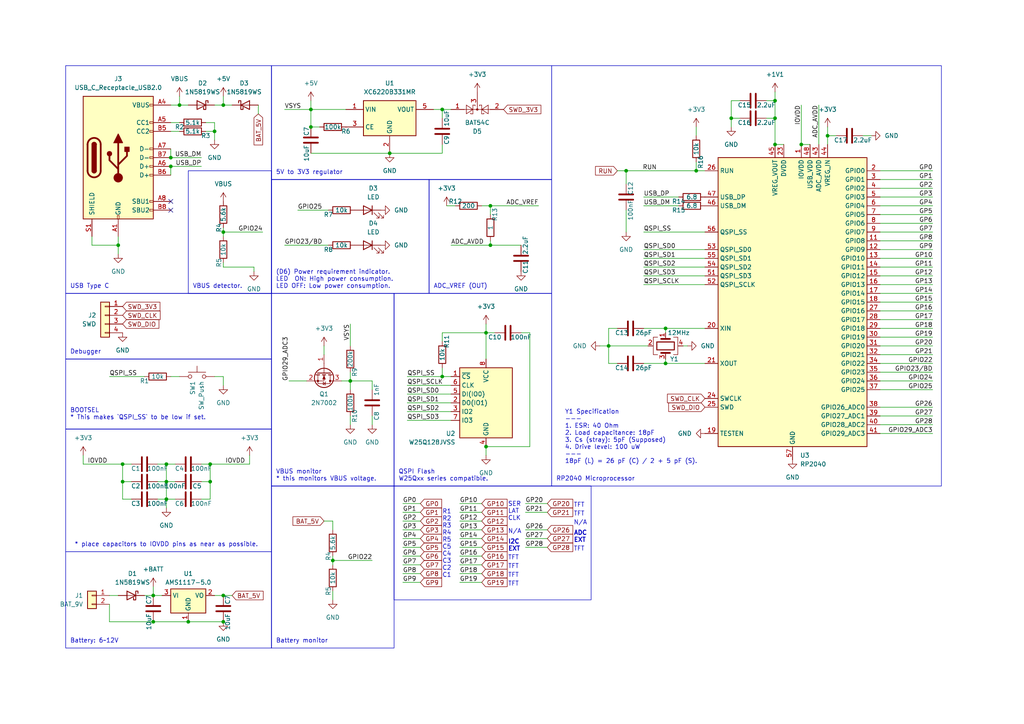
<source format=kicad_sch>
(kicad_sch (version 20230121) (generator eeschema)
  (paper "A4")
  (junction (at 90.17 36.83))
  (junction (at 232.41 41.91))
  (junction (at 224.79 41.91))
  (junction (at 64.77 172.72))
  (junction (at 201.93 49.53))
  (junction (at 64.77 30.48))
  (junction (at 181.61 49.53))
  (junction (at 34.29 71.12))
  (junction (at 48.26 144.78))
  (junction (at 52.07 30.48))
  (junction (at 90.17 31.75))
  (junction (at 240.03 39.37))
  (junction (at 224.79 29.21))
  (junction (at 224.79 34.29))
  (junction (at 113.03 44.45))
  (junction (at 49.53 45.72))
  (junction (at 128.27 31.75))
  (junction (at 35.56 139.7))
  (junction (at 101.6 110.49))
  (junction (at 60.96 134.62))
  (junction (at 142.24 71.12))
  (junction (at 48.26 134.62))
  (junction (at 54.61 180.34))
  (junction (at 44.45 172.72))
  (junction (at 48.26 139.7))
  (junction (at 44.45 180.34))
  (junction (at 35.56 134.62))
  (junction (at 64.77 67.31))
  (junction (at 62.23 38.1))
  (junction (at 193.04 105.41))
  (junction (at 140.97 129.54))
  (junction (at 64.77 180.34))
  (junction (at 60.96 139.7))
  (junction (at 142.24 59.69))
  (junction (at 176.53 100.33))
  (junction (at 140.97 96.52))
  (junction (at 49.53 48.26))
  (junction (at 193.04 95.25))
  (junction (at 128.27 109.22))
  (junction (at 212.09 34.29))
  (junction (at 96.52 162.56))
  (no_connect (at 49.53 60.96))
  (no_connect (at 49.53 58.42))
  (wire (pts (xy 193.04 105.41) (xy 193.04 104.14)))
  (wire (pts (xy 54.61 30.48) (xy 52.07 30.48)))
  (wire (pts (xy 48.26 134.62) (xy 50.8 134.62)))
  (wire (pts (xy 64.77 30.48) (xy 64.77 27.94)))
  (wire (pts (xy 237.49 30.48) (xy 237.49 41.91)))
  (wire (pts (xy 86.36 60.96) (xy 95.25 60.96)))
  (wire (pts (xy 58.42 45.72) (xy 49.53 45.72)))
  (wire (pts (xy 41.91 172.72) (xy 44.45 172.72)))
  (wire (pts (xy 128.27 96.52) (xy 140.97 96.52)))
  (wire (pts (xy 64.77 172.72) (xy 67.31 172.72)))
  (wire (pts (xy 52.07 30.48) (xy 52.07 27.94)))
  (wire (pts (xy 34.29 73.66) (xy 34.29 71.12)))
  (wire (pts (xy 99.06 110.49) (xy 101.6 110.49)))
  (wire (pts (xy 64.77 77.47) (xy 64.77 76.2)))
  (wire (pts (xy 31.75 175.26) (xy 31.75 180.34)))
  (wire (pts (xy 58.42 48.26) (xy 49.53 48.26)))
  (wire (pts (xy 62.23 40.64) (xy 62.23 38.1)))
  (wire (pts (xy 38.1 134.62) (xy 35.56 134.62)))
  (wire (pts (xy 48.26 144.78) (xy 50.8 144.78)))
  (wire (pts (xy 152.4 146.05) (xy 158.75 146.05)))
  (wire (pts (xy 186.69 72.39) (xy 204.47 72.39)))
  (wire (pts (xy 48.26 139.7) (xy 50.8 139.7)))
  (wire (pts (xy 116.84 153.67) (xy 121.9283 153.67)))
  (wire (pts (xy 270.51 57.15) (xy 255.27 57.15)))
  (wire (pts (xy 270.51 105.41) (xy 255.27 105.41)))
  (wire (pts (xy 139.7 59.69) (xy 142.24 59.69)))
  (wire (pts (xy 44.45 172.72) (xy 46.99 172.72)))
  (wire (pts (xy 118.11 109.22) (xy 128.27 109.22)))
  (wire (pts (xy 118.11 119.38) (xy 130.81 119.38)))
  (wire (pts (xy 270.51 85.09) (xy 255.27 85.09)))
  (wire (pts (xy 255.27 110.49) (xy 270.51 110.49)))
  (wire (pts (xy 101.6 110.49) (xy 101.6 113.03)))
  (wire (pts (xy 270.51 120.65) (xy 255.27 120.65)))
  (wire (pts (xy 59.69 35.56) (xy 62.23 35.56)))
  (wire (pts (xy 118.11 111.76) (xy 130.81 111.76)))
  (wire (pts (xy 116.84 163.83) (xy 121.9283 163.83)))
  (wire (pts (xy 62.23 172.72) (xy 64.77 172.72)))
  (wire (pts (xy 128.27 31.75) (xy 128.27 34.29)))
  (wire (pts (xy 224.79 41.91) (xy 227.33 41.91)))
  (wire (pts (xy 93.98 151.13) (xy 96.52 151.13)))
  (wire (pts (xy 270.51 74.93) (xy 255.27 74.93)))
  (wire (pts (xy 128.27 96.52) (xy 128.27 99.06)))
  (wire (pts (xy 270.51 77.47) (xy 255.27 77.47)))
  (wire (pts (xy 186.69 80.01) (xy 204.47 80.01)))
  (wire (pts (xy 270.51 69.85) (xy 255.27 69.85)))
  (wire (pts (xy 224.79 29.21) (xy 224.79 34.29)))
  (wire (pts (xy 212.09 34.29) (xy 212.09 36.83)))
  (wire (pts (xy 83.82 110.49) (xy 88.9 110.49)))
  (wire (pts (xy 270.51 64.77) (xy 255.27 64.77)))
  (wire (pts (xy 270.51 67.31) (xy 255.27 67.31)))
  (wire (pts (xy 176.53 100.33) (xy 187.96 100.33)))
  (wire (pts (xy 186.69 57.15) (xy 196.85 57.15)))
  (wire (pts (xy 133.35 163.83) (xy 139.7083 163.83)))
  (wire (pts (xy 152.4 153.67) (xy 158.75 153.67)))
  (wire (pts (xy 58.42 134.62) (xy 60.96 134.62)))
  (wire (pts (xy 116.84 158.75) (xy 121.9283 158.75)))
  (wire (pts (xy 96.52 171.45) (xy 96.52 173.99)))
  (wire (pts (xy 270.51 95.25) (xy 255.27 95.25)))
  (wire (pts (xy 34.29 68.58) (xy 34.29 71.12)))
  (wire (pts (xy 270.51 59.69) (xy 255.27 59.69)))
  (wire (pts (xy 116.84 161.29) (xy 121.92 161.29)))
  (wire (pts (xy 133.35 166.37) (xy 139.7083 166.37)))
  (wire (pts (xy 176.53 95.25) (xy 179.07 95.25)))
  (wire (pts (xy 232.41 30.48) (xy 232.41 41.91)))
  (wire (pts (xy 270.51 92.71) (xy 255.27 92.71)))
  (wire (pts (xy 270.51 82.55) (xy 255.27 82.55)))
  (wire (pts (xy 133.35 158.75) (xy 139.7083 158.75)))
  (wire (pts (xy 270.51 52.07) (xy 255.27 52.07)))
  (wire (pts (xy 52.07 109.22) (xy 49.53 109.22)))
  (wire (pts (xy 118.11 121.92) (xy 130.81 121.92)))
  (wire (pts (xy 90.17 31.75) (xy 100.33 31.75)))
  (wire (pts (xy 128.27 106.68) (xy 128.27 109.22)))
  (wire (pts (xy 48.26 139.7) (xy 48.26 144.78)))
  (wire (pts (xy 45.72 144.78) (xy 48.26 144.78)))
  (wire (pts (xy 270.51 97.79) (xy 255.27 97.79)))
  (wire (pts (xy 133.35 151.13) (xy 139.7083 151.13)))
  (wire (pts (xy 101.6 107.95) (xy 101.6 110.49)))
  (wire (pts (xy 72.39 134.62) (xy 60.96 134.62)))
  (wire (pts (xy 64.77 67.31) (xy 64.77 68.58)))
  (wire (pts (xy 26.67 71.12) (xy 26.67 68.58)))
  (wire (pts (xy 64.77 66.04) (xy 64.77 67.31)))
  (wire (pts (xy 204.47 105.41) (xy 193.04 105.41)))
  (wire (pts (xy 133.35 148.59) (xy 139.7083 148.59)))
  (wire (pts (xy 59.69 38.1) (xy 62.23 38.1)))
  (wire (pts (xy 116.84 156.21) (xy 121.9283 156.21)))
  (wire (pts (xy 107.95 120.65) (xy 107.95 123.19)))
  (wire (pts (xy 176.53 105.41) (xy 176.53 100.33)))
  (wire (pts (xy 72.39 134.62) (xy 72.39 132.08)))
  (wire (pts (xy 31.75 172.72) (xy 34.29 172.72)))
  (wire (pts (xy 152.4 156.21) (xy 158.75 156.21)))
  (wire (pts (xy 58.42 139.7) (xy 60.96 139.7)))
  (wire (pts (xy 101.6 93.98) (xy 101.6 100.33)))
  (wire (pts (xy 128.27 31.75) (xy 125.73 31.75)))
  (wire (pts (xy 128.27 41.91) (xy 128.27 44.45)))
  (wire (pts (xy 64.77 67.31) (xy 76.2 67.31)))
  (wire (pts (xy 176.53 100.33) (xy 176.53 95.25)))
  (wire (pts (xy 270.51 49.53) (xy 255.27 49.53)))
  (wire (pts (xy 118.11 114.3) (xy 130.81 114.3)))
  (wire (pts (xy 212.09 34.29) (xy 214.63 34.29)))
  (wire (pts (xy 224.79 26.67) (xy 224.79 29.21)))
  (wire (pts (xy 133.35 168.91) (xy 139.7083 168.91)))
  (wire (pts (xy 90.17 31.75) (xy 90.17 36.83)))
  (wire (pts (xy 270.51 100.33) (xy 255.27 100.33)))
  (wire (pts (xy 101.6 120.65) (xy 101.6 123.19)))
  (wire (pts (xy 153.67 96.52) (xy 151.13 96.52)))
  (wire (pts (xy 128.27 44.45) (xy 113.03 44.45)))
  (wire (pts (xy 118.11 116.84) (xy 130.81 116.84)))
  (wire (pts (xy 270.51 125.73) (xy 255.27 125.73)))
  (wire (pts (xy 142.24 69.85) (xy 142.24 71.12)))
  (wire (pts (xy 49.53 48.26) (xy 49.53 50.8)))
  (wire (pts (xy 270.51 118.11) (xy 255.27 118.11)))
  (wire (pts (xy 48.26 144.78) (xy 48.26 147.32)))
  (wire (pts (xy 222.25 34.29) (xy 224.79 34.29)))
  (wire (pts (xy 24.13 134.62) (xy 35.56 134.62)))
  (wire (pts (xy 64.77 77.47) (xy 73.66 77.47)))
  (wire (pts (xy 222.25 29.21) (xy 224.79 29.21)))
  (wire (pts (xy 240.03 39.37) (xy 240.03 41.91)))
  (wire (pts (xy 73.66 77.47) (xy 73.66 78.74)))
  (wire (pts (xy 35.56 134.62) (xy 35.56 139.7)))
  (wire (pts (xy 116.84 146.05) (xy 121.92 146.05)))
  (wire (pts (xy 45.72 139.7) (xy 48.26 139.7)))
  (wire (pts (xy 151.13 71.12) (xy 142.24 71.12)))
  (wire (pts (xy 142.24 59.69) (xy 142.24 62.23)))
  (wire (pts (xy 186.69 74.93) (xy 204.47 74.93)))
  (wire (pts (xy 193.04 95.25) (xy 204.47 95.25)))
  (wire (pts (xy 186.69 67.31) (xy 204.47 67.31)))
  (wire (pts (xy 240.03 36.83) (xy 240.03 39.37)))
  (wire (pts (xy 58.42 144.78) (xy 60.96 144.78)))
  (wire (pts (xy 60.96 139.7) (xy 60.96 144.78)))
  (wire (pts (xy 181.61 49.53) (xy 201.93 49.53)))
  (wire (pts (xy 24.13 134.62) (xy 24.13 132.08)))
  (wire (pts (xy 140.97 96.52) (xy 140.97 104.14)))
  (wire (pts (xy 232.41 41.91) (xy 234.95 41.91)))
  (wire (pts (xy 270.51 90.17) (xy 255.27 90.17)))
  (wire (pts (xy 82.55 71.12) (xy 95.25 71.12)))
  (wire (pts (xy 62.23 30.48) (xy 64.77 30.48)))
  (wire (pts (xy 62.23 109.22) (xy 64.77 109.22)))
  (wire (pts (xy 140.97 96.52) (xy 143.51 96.52)))
  (wire (pts (xy 179.07 49.53) (xy 181.61 49.53)))
  (wire (pts (xy 90.17 29.21) (xy 90.17 31.75)))
  (wire (pts (xy 96.52 162.56) (xy 107.95 162.56)))
  (wire (pts (xy 186.69 95.25) (xy 193.04 95.25)))
  (wire (pts (xy 44.45 180.34) (xy 54.61 180.34)))
  (wire (pts (xy 96.52 162.56) (xy 96.52 163.83)))
  (wire (pts (xy 129.54 59.69) (xy 132.08 59.69)))
  (wire (pts (xy 201.93 49.53) (xy 204.47 49.53)))
  (wire (pts (xy 255.27 113.03) (xy 270.51 113.03)))
  (wire (pts (xy 130.81 31.75) (xy 128.27 31.75)))
  (wire (pts (xy 130.81 71.12) (xy 142.24 71.12)))
  (wire (pts (xy 133.35 153.67) (xy 139.7083 153.67)))
  (wire (pts (xy 270.51 102.87) (xy 255.27 102.87)))
  (wire (pts (xy 152.4 148.59) (xy 158.75 148.59)))
  (wire (pts (xy 186.69 77.47) (xy 204.47 77.47)))
  (wire (pts (xy 186.69 82.55) (xy 204.47 82.55)))
  (wire (pts (xy 74.93 30.48) (xy 74.93 33.02)))
  (wire (pts (xy 201.93 46.99) (xy 201.93 49.53)))
  (wire (pts (xy 224.79 34.29) (xy 224.79 41.91)))
  (wire (pts (xy 199.39 100.33) (xy 198.12 100.33)))
  (wire (pts (xy 140.97 132.08) (xy 140.97 129.54)))
  (wire (pts (xy 179.07 105.41) (xy 176.53 105.41)))
  (wire (pts (xy 64.77 111.76) (xy 64.77 109.22)))
  (wire (pts (xy 240.03 39.37) (xy 242.57 39.37)))
  (wire (pts (xy 26.67 71.12) (xy 34.29 71.12)))
  (wire (pts (xy 90.17 44.45) (xy 113.03 44.45)))
  (wire (pts (xy 45.72 134.62) (xy 48.26 134.62)))
  (wire (pts (xy 186.69 105.41) (xy 193.04 105.41)))
  (wire (pts (xy 186.69 59.69) (xy 196.85 59.69)))
  (wire (pts (xy 44.45 172.72) (xy 44.45 170.18)))
  (wire (pts (xy 96.52 151.13) (xy 96.52 153.67)))
  (wire (pts (xy 270.51 87.63) (xy 255.27 87.63)))
  (wire (pts (xy 31.75 109.22) (xy 41.91 109.22)))
  (wire (pts (xy 96.52 161.29) (xy 96.52 162.56)))
  (wire (pts (xy 133.35 146.05) (xy 139.7 146.05)))
  (wire (pts (xy 52.07 38.1) (xy 49.53 38.1)))
  (wire (pts (xy 181.61 60.96) (xy 181.61 67.31)))
  (wire (pts (xy 116.84 168.91) (xy 121.9283 168.91)))
  (wire (pts (xy 153.67 129.54) (xy 140.97 129.54)))
  (wire (pts (xy 62.23 38.1) (xy 62.23 35.56)))
  (wire (pts (xy 116.84 151.13) (xy 121.9283 151.13)))
  (wire (pts (xy 270.51 123.19) (xy 255.27 123.19)))
  (wire (pts (xy 35.56 139.7) (xy 35.56 144.78)))
  (wire (pts (xy 133.35 161.29) (xy 139.7 161.29)))
  (wire (pts (xy 252.73 39.37) (xy 250.19 39.37)))
  (wire (pts (xy 181.61 49.53) (xy 181.61 53.34)))
  (wire (pts (xy 128.27 109.22) (xy 130.81 109.22)))
  (wire (pts (xy 31.75 180.34) (xy 44.45 180.34)))
  (wire (pts (xy 54.61 180.34) (xy 64.77 180.34)))
  (wire (pts (xy 255.27 107.95) (xy 270.51 107.95)))
  (wire (pts (xy 82.55 31.75) (xy 90.17 31.75)))
  (wire (pts (xy 153.67 96.52) (xy 153.67 129.54)))
  (wire (pts (xy 92.71 36.83) (xy 90.17 36.83)))
  (wire (pts (xy 214.63 29.21) (xy 212.09 29.21)))
  (wire (pts (xy 201.93 36.83) (xy 201.93 39.37)))
  (wire (pts (xy 107.95 113.03) (xy 107.95 110.49)))
  (wire (pts (xy 212.09 29.21) (xy 212.09 34.29)))
  (wire (pts (xy 270.51 54.61) (xy 255.27 54.61)))
  (wire (pts (xy 270.51 62.23) (xy 255.27 62.23)))
  (wire (pts (xy 48.26 134.62) (xy 48.26 139.7)))
  (wire (pts (xy 107.95 110.49) (xy 101.6 110.49)))
  (wire (pts (xy 60.96 134.62) (xy 60.96 139.7)))
  (wire (pts (xy 142.24 59.69) (xy 156.21 59.69)))
  (wire (pts (xy 270.51 72.39) (xy 255.27 72.39)))
  (wire (pts (xy 193.04 96.52) (xy 193.04 95.25)))
  (wire (pts (xy 116.84 166.37) (xy 121.9283 166.37)))
  (wire (pts (xy 35.56 139.7) (xy 38.1 139.7)))
  (wire (pts (xy 49.53 30.48) (xy 52.07 30.48)))
  (wire (pts (xy 116.84 148.59) (xy 121.9283 148.59)))
  (wire (pts (xy 133.35 156.21) (xy 139.7083 156.21)))
  (wire (pts (xy 38.1 144.78) (xy 35.56 144.78)))
  (wire (pts (xy 173.99 100.33) (xy 176.53 100.33)))
  (wire (pts (xy 52.07 35.56) (xy 49.53 35.56)))
  (wire (pts (xy 152.4 158.75) (xy 158.75 158.75)))
  (wire (pts (xy 49.53 43.18) (xy 49.53 45.72)))
  (wire (pts (xy 64.77 30.48) (xy 67.31 30.48)))
  (wire (pts (xy 140.97 93.98) (xy 140.97 96.52)))
  (wire (pts (xy 93.98 100.33) (xy 93.98 102.87)))
  (wire (pts (xy 270.51 80.01) (xy 255.27 80.01)))
  (rectangle (start 19.05 19.05) (end 78.74 85.09))
  (rectangle (start 78.74 85.09) (end 114.3 140.97))
  (rectangle (start 78.74 140.97) (end 114.3 187.96))
  (rectangle (start 114.3 140.97) (end 171.45 173.99))
  (rectangle (start 19.05 85.09) (end 78.74 104.14))
  (rectangle (start 114.3 85.09) (end 160.02 140.97))
  (rectangle (start 78.74 52.07) (end 124.46 85.09))
  (rectangle (start 160.02 19.05) (end 273.05 140.97))
  (rectangle (start 19.05 160.02) (end 78.74 187.96))
  (rectangle (start 78.74 19.05) (end 160.02 52.07))
  (rectangle (start 54.61 49.53) (end 78.74 85.09))
  (rectangle (start 19.05 104.14) (end 78.74 124.46))
  (rectangle (start 19.05 124.46) (end 78.74 160.02))
  (rectangle (start 124.46 52.07) (end 160.02 85.09))
  (text "* place capacitors to IOVDD pins as near as possible." (at 21.59 158.75 0) (effects (font (size 1.27 1.27)) (justify left bottom)))
  (text "R1\nR2\nR3\nR4\nR5\nC5\nC4\nC3\nC2\nC1" (at 128.27 167.64 0) (effects (font (size 1.27 1.27)) (justify left bottom)))
  (text "5V to 3V3 regulator" (at 80.01 50.8 0) (effects (font (size 1.27 1.27)) (justify left bottom)))
  (text "I2C\nEXT" (at 147.32 160.02 0) (effects (font (size 1.27 1.27) bold) (justify left bottom)))
  (text "QSPI Flash\nW25Qxx series compatible." (at 115.57 139.7 0) (effects (font (size 1.27 1.27)) (justify left bottom)))
  (text "VBUS detector." (at 55.88 83.82 0) (effects (font (size 1.27 1.27)) (justify left bottom)))
  (text "(D6) Power requirement indicator.\nLED  ON: High power consumption.\nLED OFF: Low power consumption." (at 80.01 83.82 0) (effects (font (size 1.27 1.27)) (justify left bottom)))
  (text "TFT" (at 147.32 167.64 0) (effects (font (size 1.27 1.27)) (justify left bottom)))
  (text "Y1 Specification\n---\n1. ESR: 40 Ohm\n2. Load capacitance: 18pF\n3. Cs (stray): 5pF (Supposed)\n4. Drive level: 100 uW\n---\n18pF (L) = 26 pF (C) / 2 + 5 pF (S)." (at 163.83 134.62 0) (effects (font (size 1.27 1.27)) (justify left bottom)))
  (text "N/A" (at 166.37 152.4 0) (effects (font (size 1.27 1.27)) (justify left bottom)))
  (text "N/A" (at 147.32 154.94 0) (effects (font (size 1.27 1.27)) (justify left bottom)))
  (text "ADC_VREF (OUT)" (at 125.73 83.82 0) (effects (font (size 1.27 1.27)) (justify left bottom)))
  (text "Battery monitor" (at 80.01 186.69 0) (effects (font (size 1.27 1.27)) (justify left bottom)))
  (text "TFT" (at 147.32 170.18 0) (effects (font (size 1.27 1.27)) (justify left bottom)))
  (text "TFT" (at 166.37 149.86 0) (effects (font (size 1.27 1.27)) (justify left bottom)))
  (text "SER\nLAT\nCLK" (at 147.32 151.13 0) (effects (font (size 1.27 1.27)) (justify left bottom)))
  (text "ADC\nEXT" (at 166.37 157.48 0) (effects (font (size 1.27 1.27) bold) (justify left bottom)))
  (text "TFT" (at 166.37 160.02 0) (effects (font (size 1.27 1.27)) (justify left bottom)))
  (text "TFT" (at 147.32 165.1 0) (effects (font (size 1.27 1.27)) (justify left bottom)))
  (text "BOOTSEL\n* This makes `QSPI_SS` to be low if set." (at 20.32 121.92 0) (effects (font (size 1.27 1.27)) (justify left bottom)))
  (text "TFT" (at 147.32 162.56 0) (effects (font (size 1.27 1.27)) (justify left bottom)))
  (text "Debugger" (at 20.32 102.87 0) (effects (font (size 1.27 1.27)) (justify left bottom)))
  (text "Battery: 6~12V" (at 20.32 186.69 0) (effects (font (size 1.27 1.27)) (justify left bottom)))
  (text "TFT" (at 166.37 147.32 0) (effects (font (size 1.27 1.27)) (justify left bottom)))
  (text "USB Type C" (at 20.32 83.82 0) (effects (font (size 1.27 1.27)) (justify left bottom)))
  (text "VBUS monitor\n* this monitors VBUS voltage." (at 80.01 139.7 0) (effects (font (size 1.27 1.27)) (justify left bottom)))
  (text "RP2040 Microprocessor" (at 161.29 139.7 0) (effects (font (size 1.27 1.27)) (justify left bottom)))
  (label "GP10" (at 133.35 146.05 0))
  (label "ADC_AVDD" (at 237.49 30.48 270))
  (label "GP16" (at 133.35 161.29 0))
  (label "GPIO23{slash}BD" (at 82.55 71.12 0))
  (label "GP1" (at 116.84 148.59 0))
  (label "GP20" (at 152.4 146.05 0))
  (label "GP8" (at 270.51 69.85 180))
  (label "GP15" (at 133.35 158.75 0))
  (label "GP19" (at 270.51 97.79 180))
  (label "GP12" (at 133.35 151.13 0))
  (label "GP3" (at 270.51 57.15 180))
  (label "QSPI_SD2" (at 186.69 77.47 0))
  (label "GP0" (at 270.51 49.53 180))
  (label "GPIO25" (at 270.51 113.03 180))
  (label "VSYS" (at 101.6 93.98 270))
  (label "QSPI_SS" (at 118.11 109.22 0))
  (label "GP27" (at 152.4 156.21 0))
  (label "GP2" (at 116.84 151.13 0))
  (label "IOVDD" (at 71.12 134.62 180))
  (label "GP13" (at 133.35 153.67 0))
  (label "GP18" (at 270.51 95.25 180))
  (label "GPIO24" (at 76.2 67.31 180))
  (label "GP6" (at 270.51 64.77 180))
  (label "QSPI_SD3" (at 118.11 121.92 0))
  (label "GPIO29_ADC3" (at 270.51 125.73 180))
  (label "GPIO22" (at 270.51 105.41 180))
  (label "GPIO24" (at 270.51 110.49 180))
  (label "QSPI_SD3" (at 186.69 80.01 0))
  (label "GP17" (at 270.51 92.71 180))
  (label "GPIO22" (at 107.95 162.56 180))
  (label "GP5" (at 116.84 158.75 0))
  (label "GPIO23{slash}BD" (at 270.51 107.95 180))
  (label "GP14" (at 133.35 156.21 0))
  (label "GP11" (at 270.51 77.47 180))
  (label "USB_DP" (at 58.42 48.26 180))
  (label "GP26" (at 152.4 153.67 0))
  (label "GP11" (at 133.35 148.59 0))
  (label "GP7" (at 270.51 67.31 180))
  (label "GP14" (at 270.51 85.09 180))
  (label "GP0" (at 116.84 146.05 0))
  (label "USB_DP" (at 186.69 57.15 0))
  (label "GP18" (at 133.35 166.37 0))
  (label "GP12" (at 270.51 80.01 180))
  (label "GP6" (at 116.84 161.29 0))
  (label "QSPI_SD0" (at 186.69 72.39 0))
  (label "GP9" (at 116.84 168.91 0))
  (label "QSPI_SS" (at 186.69 67.31 0))
  (label "GP21" (at 270.51 102.87 180))
  (label "GP21" (at 152.4 148.59 0))
  (label "RUN" (at 190.5 49.53 180))
  (label "VSYS" (at 82.55 31.75 0))
  (label "GP20" (at 270.51 100.33 180))
  (label "GPIO25" (at 86.36 60.96 0))
  (label "GP5" (at 270.51 62.23 180))
  (label "GP1" (at 270.51 52.07 180))
  (label "GP26" (at 270.51 118.11 180))
  (label "QSPI_SD0" (at 118.11 114.3 0))
  (label "GPIO29_ADC3" (at 83.82 110.49 90))
  (label "GP10" (at 270.51 74.93 180))
  (label "GP27" (at 270.51 120.65 180))
  (label "GP9" (at 270.51 72.39 180))
  (label "GP28" (at 270.51 123.19 180))
  (label "QSPI_SCLK" (at 118.11 111.76 0))
  (label "GP7" (at 116.84 163.83 0))
  (label "GP17" (at 133.35 163.83 0))
  (label "QSPI_SD1" (at 118.11 116.84 0))
  (label "QSPI_SCLK" (at 186.69 82.55 0))
  (label "USB_DM" (at 58.42 45.72 180))
  (label "QSPI_SS" (at 31.75 109.22 0))
  (label "GP15" (at 270.51 87.63 180))
  (label "GP2" (at 270.51 54.61 180))
  (label "QSPI_SD1" (at 186.69 74.93 0))
  (label "GP28" (at 152.4 158.75 0))
  (label "GP4" (at 116.84 156.21 0))
  (label "GP3" (at 116.84 153.67 0))
  (label "GP8" (at 116.84 166.37 0))
  (label "IOVDD" (at 25.4 134.62 0))
  (label "GP13" (at 270.51 82.55 180))
  (label "USB_DM" (at 186.69 59.69 0))
  (label "GP4" (at 270.51 59.69 180))
  (label "ADC_AVDD" (at 130.81 71.12 0))
  (label "IOVDD" (at 232.41 30.48 270))
  (label "GP16" (at 270.51 90.17 180))
  (label "GP19" (at 133.35 168.91 0))
  (label "ADC_VREF" (at 156.21 59.69 180))
  (label "QSPI_SD2" (at 118.11 119.38 0))
  (global_label "SWD_3V3" (shape input) (at 146.05 31.75 0) (property "Intersheetrefs" "${INTERSHEET_REFS}" (effects hide)))
  (global_label "GP27" (shape input) (at 158.75 156.21 0) (property "Intersheetrefs" "${INTERSHEET_REFS}" (effects hide)))
  (global_label "GP6" (shape input) (at 121.92 161.29 0) (property "Intersheetrefs" "${INTERSHEET_REFS}" (effects hide)))
  (global_label "GP15" (shape input) (at 139.7083 158.75 0) (property "Intersheetrefs" "${INTERSHEET_REFS}" (effects hide)))
  (global_label "RUN" (shape input) (at 179.07 49.53 180) (property "Intersheetrefs" "${INTERSHEET_REFS}" (effects hide)))
  (global_label "GP10" (shape input) (at 139.7 146.05 0) (property "Intersheetrefs" "${INTERSHEET_REFS}" (effects hide)))
  (global_label "BAT_5V" (shape input) (at 74.93 33.02 270) (property "Intersheetrefs" "${INTERSHEET_REFS}" (effects hide)))
  (global_label "GP14" (shape input) (at 139.7083 156.21 0) (property "Intersheetrefs" "${INTERSHEET_REFS}" (effects hide)))
  (global_label "SWD_DIO" (shape input) (at 35.56 93.98 0) (property "Intersheetrefs" "${INTERSHEET_REFS}" (effects hide)))
  (global_label "GP2" (shape input) (at 121.9283 151.13 0) (property "Intersheetrefs" "${INTERSHEET_REFS}" (effects hide)))
  (global_label "GP18" (shape input) (at 139.7083 166.37 0) (property "Intersheetrefs" "${INTERSHEET_REFS}" (effects hide)))
  (global_label "BAT_5V" (shape input) (at 93.98 151.13 180) (property "Intersheetrefs" "${INTERSHEET_REFS}" (effects hide)))
  (global_label "GP26" (shape input) (at 158.75 153.67 0) (property "Intersheetrefs" "${INTERSHEET_REFS}" (effects hide)))
  (global_label "GP12" (shape input) (at 139.7083 151.13 0) (property "Intersheetrefs" "${INTERSHEET_REFS}" (effects hide)))
  (global_label "GP28" (shape input) (at 158.75 158.75 0) (property "Intersheetrefs" "${INTERSHEET_REFS}" (effects hide)))
  (global_label "GP19" (shape input) (at 139.7083 168.91 0) (property "Intersheetrefs" "${INTERSHEET_REFS}" (effects hide)))
  (global_label "SWD_3V3" (shape input) (at 35.56 88.9 0) (property "Intersheetrefs" "${INTERSHEET_REFS}" (effects hide)))
  (global_label "GP17" (shape input) (at 139.7083 163.83 0) (property "Intersheetrefs" "${INTERSHEET_REFS}" (effects hide)))
  (global_label "GP11" (shape input) (at 139.7083 148.59 0) (property "Intersheetrefs" "${INTERSHEET_REFS}" (effects hide)))
  (global_label "SWD_CLK" (shape input) (at 204.47 115.57 180) (property "Intersheetrefs" "${INTERSHEET_REFS}" (effects hide)))
  (global_label "BAT_5V" (shape input) (at 67.31 172.72 0) (property "Intersheetrefs" "${INTERSHEET_REFS}" (effects hide)))
  (global_label "GP20" (shape input) (at 158.75 146.05 0) (property "Intersheetrefs" "${INTERSHEET_REFS}" (effects hide)))
  (global_label "GP21" (shape input) (at 158.75 148.59 0) (property "Intersheetrefs" "${INTERSHEET_REFS}" (effects hide)))
  (global_label "SWD_CLK" (shape input) (at 35.56 91.44 0) (property "Intersheetrefs" "${INTERSHEET_REFS}" (effects hide)))
  (global_label "GP4" (shape input) (at 121.9283 156.21 0) (property "Intersheetrefs" "${INTERSHEET_REFS}" (effects hide)))
  (global_label "GP0" (shape input) (at 121.92 146.05 0) (property "Intersheetrefs" "${INTERSHEET_REFS}" (effects hide)))
  (global_label "GP5" (shape input) (at 121.9283 158.75 0) (property "Intersheetrefs" "${INTERSHEET_REFS}" (effects hide)))
  (global_label "GP16" (shape input) (at 139.7 161.29 0) (property "Intersheetrefs" "${INTERSHEET_REFS}" (effects hide)))
  (global_label "GP1" (shape input) (at 121.9283 148.59 0) (property "Intersheetrefs" "${INTERSHEET_REFS}" (effects hide)))
  (global_label "GP9" (shape input) (at 121.9283 168.91 0) (property "Intersheetrefs" "${INTERSHEET_REFS}" (effects hide)))
  (global_label "GP3" (shape input) (at 121.9283 153.67 0) (property "Intersheetrefs" "${INTERSHEET_REFS}" (effects hide)))
  (global_label "GP13" (shape input) (at 139.7083 153.67 0) (property "Intersheetrefs" "${INTERSHEET_REFS}" (effects hide)))
  (global_label "GP7" (shape input) (at 121.9283 163.83 0) (property "Intersheetrefs" "${INTERSHEET_REFS}" (effects hide)))
  (global_label "GP8" (shape input) (at 121.9283 166.37 0) (property "Intersheetrefs" "${INTERSHEET_REFS}" (effects hide)))
  (global_label "SWD_DIO" (shape input) (at 204.47 118.11 180) (property "Intersheetrefs" "${INTERSHEET_REFS}" (effects hide)))
  (symbol (lib_id "Transistor_FET:2N7002") (at 93.98 107.95 270) (unit 1)
    (property "Reference" "Q1" (at 93.98 114.3 90))
    (property "Value" "2N7002" (at 93.98 116.84 90))
    (property "Footprint" "Package_TO_SOT_SMD:SOT-23" (effects hide))
    (property "Datasheet" "https://www.onsemi.com/pub/Collateral/NDS7002A-D.PDF" (effects hide))
  )
  (symbol (lib_id "Diode:1N5819WS") (at 58.42 30.48 0) (mirror y) (unit 1)
    (property "Reference" "D2" (at 58.7375 24.13 0))
    (property "Value" "1N5819WS" (at 58.7375 26.67 0))
    (property "Footprint" "Diode_SMD:D_SOD-323" (effects hide))
    (property "Datasheet" "https://datasheet.lcsc.com/lcsc/2204281430_Guangdong-Hottech-1N5819WS_C191023.pdf" (effects hide))
  )
  (symbol (lib_id "Device:C") (at 44.45 176.53 0) (mirror y) (unit 1)
    (property "Reference" "C7" (at 43.18 173.99 90))
    (property "Value" "10uF" (at 43.18 180.34 90))
    (property "Footprint" "Capacitor_SMD:C_0603_1608Metric" (effects hide))
    (instances (project "RP2040_TB" (path "" (reference "C7") (unit 1))) (project "RP2040_KBD" (path "" (reference "C4") (unit 1))))
  )
  (symbol (lib_id "power:+3V3") (at 140.97 93.98 0) (unit 1)
    (property "Reference" "#PWR023" (effects hide))
    (property "Value" "+3V3" (at 140.97 88.9 0))
    (instances (project "RP2040_TB" (path "" (reference "#PWR023") (unit 1))) (project "RP2040_KBD" (path "" (reference "#PWR024") (unit 1))))
  )
  (symbol (lib_id "power:GND") (at 199.39 100.33 90) (unit 1)
    (property "Reference" "#PWR028" (effects hide))
    (property "Value" "GND" (at 203.2 100.33 90) (effects (justify right)))
    (instances (project "RP2040_TB" (path "" (reference "#PWR028") (unit 1))) (project "RP2040_KBD" (path "" (reference "#PWR029") (unit 1))))
  )
  (symbol (lib_id "power:GND") (at 110.49 60.96 90) (unit 1)
    (property "Reference" "#PWR018" (effects hide))
    (property "Value" "GND" (at 114.3 60.96 90) (effects (justify right)))
    (instances (project "RP2040_TB" (path "" (reference "#PWR018") (unit 1))) (project "RP2040_KBD" (path "" (reference "#PWR019") (unit 1))))
  )
  (symbol (lib_id "Device:LED") (at 106.68 71.12 0) (mirror y) (unit 1) (on_board no)
    (property "Reference" "D4" (at 108.2675 64.77 0))
    (property "Value" "LED" (at 108.2675 67.31 0))
    (property "Footprint" "LED_SMD:LED_0603_1608Metric" (effects hide))
    (instances (project "RP2040_TB" (path "" (reference "D4") (unit 1))) (project "RP2040_KBD" (path "" (reference "D5") (unit 1))))
  )
  (symbol (lib_id "power:+3V3") (at 201.93 36.83 0) (unit 1)
    (property "Reference" "#PWR029" (effects hide))
    (property "Value" "+3V3" (at 201.93 31.75 0))
    (instances (project "RP2040_TB" (path "" (reference "#PWR029") (unit 1))) (project "RP2040_KBD" (path "" (reference "#PWR030") (unit 1))))
  )
  (symbol (lib_id "power:GND") (at 48.26 147.32 0) (unit 1)
    (property "Reference" "#PWR06" (effects hide))
    (property "Value" "GND" (at 48.26 152.4 0))
    (instances (project "RP2040_TB" (path "" (reference "#PWR06") (unit 1))) (project "RP2040_KBD" (path "" (reference "#PWR05") (unit 1))))
  )
  (symbol (lib_id "Device:R") (at 55.88 38.1 270) (unit 1)
    (property "Reference" "R3" (at 59.69 39.37 90))
    (property "Value" "5.1k" (at 55.88 38.1 90))
    (property "Footprint" "Resistor_SMD:R_0603_1608Metric" (effects hide))
  )
  (symbol (lib_id "Device:C") (at 90.17 40.64 0) (mirror y) (unit 1)
    (property "Reference" "C7" (at 88.9 38.1 90))
    (property "Value" "10uF" (at 88.9 44.45 90))
    (property "Footprint" "Capacitor_SMD:C_0603_1608Metric" (effects hide))
    (instances (project "RP2040_TB" (path "" (reference "C7") (unit 1))) (project "RP2040_KBD" (path "" (reference "C9") (unit 1))))
  )
  (symbol (lib_id "power:GND") (at 110.49 71.12 90) (unit 1)
    (property "Reference" "#PWR019" (effects hide))
    (property "Value" "GND" (at 114.3 71.12 90) (effects (justify right)))
    (instances (project "RP2040_TB" (path "" (reference "#PWR019") (unit 1))) (project "RP2040_KBD" (path "" (reference "#PWR020") (unit 1))))
  )
  (symbol (lib_id "Device:R") (at 101.6 104.14 0) (mirror x) (unit 1)
    (property "Reference" "R9" (at 102.87 107.95 90))
    (property "Value" "200k" (at 101.6 104.14 90))
    (property "Footprint" "Resistor_SMD:R_0603_1608Metric" (effects hide))
    (instances (project "RP2040_TB" (path "" (reference "R9") (unit 1))) (project "RP2040_KBD" (path "" (reference "R11") (unit 1))))
  )
  (symbol (lib_id "power:VBUS") (at 64.77 58.42 0) (unit 1)
    (property "Reference" "#PWR09" (effects hide))
    (property "Value" "VBUS" (at 64.77 53.34 0))
  )
  (symbol (lib_id "Regulator_Linear:AMS1117-5.0") (at 54.61 172.72 0) (unit 1)
    (property "Reference" "U1" (at 54.61 166.37 0))
    (property "Value" "AMS1117-5.0" (at 54.61 168.91 0))
    (property "Footprint" "Package_TO_SOT_SMD:SOT-223-3_TabPin2" (effects hide))
    (property "Datasheet" "http://www.advanced-monolithic.com/pdf/ds1117.pdf" (effects hide))
  )
  (symbol (lib_id "Device:R") (at 99.06 60.96 90) (mirror x) (unit 1) (on_board no)
    (property "Reference" "R7" (at 95.25 62.23 90))
    (property "Value" "10k" (at 99.06 60.96 90))
    (property "Footprint" "Resistor_SMD:R_0603_1608Metric" (effects hide))
    (instances (project "RP2040_TB" (path "" (reference "R7") (unit 1))) (project "RP2040_KBD" (path "" (reference "R9") (unit 1))))
  )
  (symbol (lib_id "Device:R") (at 45.72 109.22 90) (mirror x) (unit 1)
    (property "Reference" "R1" (at 41.91 110.49 90))
    (property "Value" "10k" (at 45.72 109.22 90))
    (property "Footprint" "Resistor_SMD:R_0603_1608Metric" (effects hide))
  )
  (symbol (lib_id "power:GND") (at 181.61 67.31 0) (unit 1)
    (property "Reference" "#PWR027" (effects hide))
    (property "Value" "GND" (at 181.61 72.39 0))
    (instances (project "RP2040_TB" (path "" (reference "#PWR027") (unit 1))) (project "RP2040_KBD" (path "" (reference "#PWR028") (unit 1))))
  )
  (symbol (lib_id "Device:C") (at 41.91 144.78 90) (mirror x) (unit 1)
    (property "Reference" "C3" (at 39.37 146.05 90))
    (property "Value" "100nF" (at 45.72 146.05 90))
    (property "Footprint" "Capacitor_SMD:C_0603_1608Metric" (effects hide))
  )
  (symbol (lib_id "power:GND") (at 64.77 180.34 0) (unit 1)
    (property "Reference" "#PWR06" (effects hide))
    (property "Value" "GND" (at 64.77 185.42 0))
    (instances (project "RP2040_TB" (path "" (reference "#PWR06") (unit 1))) (project "RP2040_KBD" (path "" (reference "#PWR011") (unit 1))))
  )
  (symbol (lib_id "Device:R") (at 200.66 57.15 90) (mirror x) (unit 1)
    (property "Reference" "R14" (at 196.85 58.42 90))
    (property "Value" "6.8" (at 200.66 57.15 90))
    (property "Footprint" "Resistor_SMD:R_0603_1608Metric" (effects hide))
    (instances (project "RP2040_TB" (path "" (reference "R14") (unit 1))) (project "RP2040_KBD" (path "" (reference "R16") (unit 1))))
  )
  (symbol (lib_id "Device:C") (at 246.38 39.37 90) (mirror x) (unit 1)
    (property "Reference" "C17" (at 243.84 40.64 90))
    (property "Value" "2.2uF" (at 250.19 40.64 90))
    (property "Footprint" "Capacitor_SMD:C_0603_1608Metric" (effects hide))
    (instances (project "RP2040_TB" (path "" (reference "C17") (unit 1))) (project "RP2040_KBD" (path "" (reference "C19") (unit 1))))
  )
  (symbol (lib_id "Device:C") (at 41.91 134.62 90) (mirror x) (unit 1)
    (property "Reference" "C1" (at 39.37 135.89 90))
    (property "Value" "100nF" (at 45.72 135.89 90))
    (property "Footprint" "Capacitor_SMD:C_0603_1608Metric" (effects hide))
  )
  (symbol (lib_id "power:GND") (at 140.97 132.08 0) (unit 1)
    (property "Reference" "#PWR024" (effects hide))
    (property "Value" "GND" (at 140.97 137.16 0))
    (instances (project "RP2040_TB" (path "" (reference "#PWR024") (unit 1))) (project "RP2040_KBD" (path "" (reference "#PWR025") (unit 1))))
  )
  (symbol (lib_id "power:+1V1") (at 224.79 26.67 0) (unit 1)
    (property "Reference" "#PWR032" (effects hide))
    (property "Value" "+1V1" (at 224.79 21.59 0))
    (instances (project "RP2040_TB" (path "" (reference "#PWR032") (unit 1))) (project "RP2040_KBD" (path "" (reference "#PWR033") (unit 1))))
  )
  (symbol (lib_id "Regulator_Linear:XC6220B331MR") (at 113.03 34.29 0) (unit 1)
    (property "Reference" "U1" (at 113.03 24.13 0))
    (property "Value" "XC6220B331MR" (at 113.03 26.67 0))
    (property "Footprint" "Package_TO_SOT_SMD:SOT-23-5" (effects hide))
    (property "Datasheet" "https://www.torexsemi.com/file/xc6220/XC6220.pdf" (effects hide))
    (instances (project "RP2040_TB" (path "" (reference "U1") (unit 1))) (project "RP2040_KBD" (path "" (reference "U2") (unit 1))))
  )
  (symbol (lib_id "power:GND") (at 229.87 133.35 0) (unit 1)
    (property "Reference" "#PWR033" (effects hide))
    (property "Value" "GND" (at 229.87 138.43 0))
    (instances (project "RP2040_TB" (path "" (reference "#PWR033") (unit 1))) (project "RP2040_KBD" (path "" (reference "#PWR034") (unit 1))))
  )
  (symbol (lib_id "power:+3V3") (at 129.54 59.69 0) (mirror y) (unit 1)
    (property "Reference" "#PWR021" (effects hide))
    (property "Value" "+3V3" (at 129.54 54.61 0))
    (instances (project "RP2040_TB" (path "" (reference "#PWR021") (unit 1))) (project "RP2040_KBD" (path "" (reference "#PWR022") (unit 1))))
  )
  (symbol (lib_id "Device:C") (at 218.44 29.21 90) (mirror x) (unit 1)
    (property "Reference" "C15" (at 215.9 30.48 90))
    (property "Value" "2.2uF" (at 222.25 30.48 90))
    (property "Footprint" "Capacitor_SMD:C_0603_1608Metric" (effects hide))
    (instances (project "RP2040_TB" (path "" (reference "C15") (unit 1))) (project "RP2040_KBD" (path "" (reference "C17") (unit 1))))
  )
  (symbol (lib_id "Device:R") (at 64.77 72.39 180) (unit 1)
    (property "Reference" "R5" (at 63.5 76.2 90))
    (property "Value" "10k" (at 64.77 72.39 90))
    (property "Footprint" "Resistor_SMD:R_0603_1608Metric" (effects hide))
  )
  (symbol (lib_id "power:GND") (at 107.95 123.19 0) (unit 1)
    (property "Reference" "#PWR017" (effects hide))
    (property "Value" "GND" (at 107.95 128.27 0))
    (instances (project "RP2040_TB" (path "" (reference "#PWR017") (unit 1))) (project "RP2040_KBD" (path "" (reference "#PWR018") (unit 1))))
  )
  (symbol (lib_id "Device:R") (at 101.6 116.84 0) (mirror x) (unit 1)
    (property "Reference" "R10" (at 102.87 120.65 90))
    (property "Value" "100k" (at 101.6 116.84 90))
    (property "Footprint" "Resistor_SMD:R_0603_1608Metric" (effects hide))
    (instances (project "RP2040_TB" (path "" (reference "R10") (unit 1))) (project "RP2040_KBD" (path "" (reference "R12") (unit 1))))
  )
  (symbol (lib_id "Device:C") (at 64.77 176.53 0) (unit 1)
    (property "Reference" "C7" (at 66.04 173.99 90))
    (property "Value" "10uF" (at 66.04 180.34 90))
    (property "Footprint" "Capacitor_SMD:C_0603_1608Metric" (effects hide))
    (instances (project "RP2040_TB" (path "" (reference "C7") (unit 1))) (project "RP2040_KBD" (path "" (reference "C8") (unit 1))))
  )
  (symbol (lib_id "Memory_Flash:W25Q32JVSS") (at 140.97 116.84 0) (unit 1)
    (property "Reference" "U2" (at 132.08 125.73 0) (effects (justify right)))
    (property "Value" "W25Q128JVSS" (at 132.08 128.27 0) (effects (justify right)))
    (property "Footprint" "Package_SO:SOIC-8_5.23x5.23mm_P1.27mm" (effects hide))
    (property "Datasheet" "http://www.winbond.com/resource-files/w25q32jv%20revg%2003272018%20plus.pdf" (effects hide))
    (instances (project "RP2040_TB" (path "" (reference "U2") (unit 1))) (project "RP2040_KBD" (path "" (reference "U3") (unit 1))))
  )
  (symbol (lib_id "power:GND") (at 64.77 111.76 0) (unit 1)
    (property "Reference" "#PWR011" (effects hide))
    (property "Value" "GND" (at 64.77 116.84 0))
    (instances (project "RP2040_TB" (path "" (reference "#PWR011") (unit 1))) (project "RP2040_KBD" (path "" (reference "#PWR010") (unit 1))))
  )
  (symbol (lib_id "MCU_RaspberryPi:RP2040") (at 229.87 87.63 0) (unit 1)
    (property "Reference" "U3" (at 232.0641 132.08 0) (effects (justify left)))
    (property "Value" "RP2040" (at 232.0641 134.62 0) (effects (justify left)))
    (property "Footprint" "Package_DFN_QFN:QFN-56-1EP_7x7mm_P0.4mm_EP3.2x3.2mm" (effects hide))
    (property "Datasheet" "https://datasheets.raspberrypi.com/rp2040/rp2040-datasheet.pdf" (effects hide))
    (instances (project "RP2040_TB" (path "" (reference "U3") (unit 1))) (project "RP2040_KBD" (path "" (reference "U4") (unit 1))))
  )
  (symbol (lib_id "power:+3V3") (at 93.98 100.33 0) (unit 1)
    (property "Reference" "#PWR015" (effects hide))
    (property "Value" "+3V3" (at 93.98 95.25 0))
  )
  (symbol (lib_id "Connector_Generic:Conn_01x04") (at 30.48 91.44 0) (mirror y) (unit 1)
    (property "Reference" "J2" (at 27.94 91.44 0) (effects (justify left)))
    (property "Value" "SWD" (at 27.94 93.98 0) (effects (justify left)))
    (property "Footprint" "Connector_PinHeader_2.54mm:PinHeader_1x04_P2.54mm_Vertical" (effects hide))
  )
  (symbol (lib_id "Diode:BAT54C") (at 138.43 31.75 0) (mirror x) (unit 1)
    (property "Reference" "D5" (at 138.43 38.1 0))
    (property "Value" "BAT54C" (at 138.43 35.56 0))
    (property "Footprint" "Package_TO_SOT_SMD:SOT-23" (effects hide))
    (property "Datasheet" "http://www.diodes.com/_files/datasheets/ds11005.pdf" (effects hide))
    (instances (project "RP2040_TB" (path "" (reference "D5") (unit 1))) (project "RP2040_KBD" (path "" (reference "D6") (unit 1))))
  )
  (symbol (lib_id "power:GND") (at 62.23 40.64 0) (unit 1)
    (property "Reference" "#PWR08" (effects hide))
    (property "Value" "GND" (at 62.23 45.72 0))
    (instances (project "RP2040_TB" (path "" (reference "#PWR08") (unit 1))) (project "RP2040_KBD" (path "" (reference "#PWR07") (unit 1))))
  )
  (symbol (lib_id "Device:C") (at 151.13 74.93 0) (mirror x) (unit 1)
    (property "Reference" "C11" (at 152.4 77.47 90))
    (property "Value" "2.2uF" (at 152.4 71.12 90))
    (property "Footprint" "Capacitor_SMD:C_0603_1608Metric" (effects hide))
    (instances (project "RP2040_TB" (path "" (reference "C11") (unit 1))) (project "RP2040_KBD" (path "" (reference "C13") (unit 1))))
  )
  (symbol (lib_id "Device:C") (at 41.91 139.7 90) (mirror x) (unit 1)
    (property "Reference" "C2" (at 39.37 140.97 90))
    (property "Value" "100nF" (at 45.72 140.97 90))
    (property "Footprint" "Capacitor_SMD:C_0603_1608Metric" (effects hide))
  )
  (symbol (lib_id "Device:R") (at 128.27 102.87 0) (unit 1)
    (property "Reference" "R11" (at 129.54 99.06 90))
    (property "Value" "10k" (at 128.27 102.87 90))
    (property "Footprint" "Resistor_SMD:R_0603_1608Metric" (effects hide))
    (instances (project "RP2040_TB" (path "" (reference "R11") (unit 1))) (project "RP2040_KBD" (path "" (reference "R13") (unit 1))))
  )
  (symbol (lib_id "power:GND") (at 252.73 39.37 90) (unit 1)
    (property "Reference" "#PWR035" (effects hide))
    (property "Value" "GND" (at 256.54 39.37 90) (effects (justify right)))
    (instances (project "RP2040_TB" (path "" (reference "#PWR035") (unit 1))) (project "RP2040_KBD" (path "" (reference "#PWR036") (unit 1))))
  )
  (symbol (lib_id "power:VBUS") (at 52.07 27.94 0) (unit 1)
    (property "Reference" "#PWR07" (effects hide))
    (property "Value" "VBUS" (at 52.07 22.86 0))
    (instances (project "RP2040_TB" (path "" (reference "#PWR07") (unit 1))) (project "RP2040_KBD" (path "" (reference "#PWR06") (unit 1))))
  )
  (symbol (lib_id "power:GND") (at 151.13 78.74 0) (unit 1)
    (property "Reference" "#PWR025" (effects hide))
    (property "Value" "GND" (at 151.13 83.82 0))
    (instances (project "RP2040_TB" (path "" (reference "#PWR025") (unit 1))) (project "RP2040_KBD" (path "" (reference "#PWR026") (unit 1))))
  )
  (symbol (lib_id "power:GND") (at 173.99 100.33 270) (mirror x) (unit 1)
    (property "Reference" "#PWR026" (effects hide))
    (property "Value" "GND" (at 170.18 100.33 90) (effects (justify right)))
    (instances (project "RP2040_TB" (path "" (reference "#PWR026") (unit 1))) (project "RP2040_KBD" (path "" (reference "#PWR027") (unit 1))))
  )
  (symbol (lib_id "Device:C") (at 182.88 95.25 90) (mirror x) (unit 1)
    (property "Reference" "C13" (at 180.34 96.52 90))
    (property "Value" "26pF" (at 186.69 96.52 90))
    (property "Footprint" "Capacitor_SMD:C_0603_1608Metric" (effects hide))
    (instances (project "RP2040_TB" (path "" (reference "C13") (unit 1))) (project "RP2040_KBD" (path "" (reference "C15") (unit 1))))
  )
  (symbol (lib_id "power:GND") (at 96.52 173.99 0) (unit 1)
    (property "Reference" "#PWR010" (effects hide))
    (property "Value" "GND" (at 96.52 179.07 0))
    (instances (project "RP2040_TB" (path "" (reference "#PWR010") (unit 1))) (project "RP2040_KBD" (path "" (reference "#PWR016") (unit 1))))
  )
  (symbol (lib_id "Device:R") (at 201.93 43.18 0) (mirror x) (unit 1)
    (property "Reference" "R16" (at 203.2 46.99 90))
    (property "Value" "10k" (at 201.93 43.18 90))
    (property "Footprint" "Resistor_SMD:R_0603_1608Metric" (effects hide))
    (instances (project "RP2040_TB" (path "" (reference "R16") (unit 1))) (project "RP2040_KBD" (path "" (reference "R18") (unit 1))))
  )
  (symbol (lib_id "Device:R") (at 96.52 167.64 180) (unit 1)
    (property "Reference" "R5" (at 95.25 171.45 90))
    (property "Value" "10k" (at 96.52 167.64 90))
    (property "Footprint" "Resistor_SMD:R_0603_1608Metric" (effects hide))
    (instances (project "RP2040_TB" (path "" (reference "R5") (unit 1))) (project "RP2040_KBD" (path "" (reference "R8") (unit 1))))
  )
  (symbol (lib_id "power:GND") (at 73.66 78.74 0) (unit 1)
    (property "Reference" "#PWR010" (effects hide))
    (property "Value" "GND" (at 73.66 83.82 0))
    (instances (project "RP2040_TB" (path "" (reference "#PWR010") (unit 1))) (project "RP2040_KBD" (path "" (reference "#PWR013") (unit 1))))
  )
  (symbol (lib_id "Device:R") (at 96.52 36.83 270) (unit 1)
    (property "Reference" "R6" (at 100.33 38.1 90))
    (property "Value" "100k" (at 96.52 36.83 90))
    (property "Footprint" "Resistor_SMD:R_0603_1608Metric" (effects hide))
  )
  (symbol (lib_id "Device:R") (at 135.89 59.69 90) (unit 1)
    (property "Reference" "R12" (at 132.08 58.42 90))
    (property "Value" "200" (at 135.89 59.69 90))
    (property "Footprint" "Resistor_SMD:R_0603_1608Metric" (effects hide))
    (instances (project "RP2040_TB" (path "" (reference "R12") (unit 1))) (project "RP2040_KBD" (path "" (reference "R14") (unit 1))))
  )
  (symbol (lib_id "Device:R") (at 99.06 71.12 90) (mirror x) (unit 1) (on_board no)
    (property "Reference" "R8" (at 95.25 72.39 90))
    (property "Value" "10k" (at 99.06 71.12 90))
    (property "Footprint" "Resistor_SMD:R_0603_1608Metric" (effects hide))
    (instances (project "RP2040_TB" (path "" (reference "R8") (unit 1))) (project "RP2040_KBD" (path "" (reference "R10") (unit 1))))
  )
  (symbol (lib_id "Switch:SW_Push") (at 57.15 109.22 0) (mirror y) (unit 1)
    (property "Reference" "SW1" (at 55.88 110.49 90) (effects (justify right)))
    (property "Value" "SW_Push" (at 58.42 110.49 90) (effects (justify right)))
    (property "Footprint" "Button_Switch_SMD:SW_Push_SPST_NO_Alps_SKRK" (effects hide))
  )
  (symbol (lib_id "Device:C") (at 218.44 34.29 90) (mirror x) (unit 1)
    (property "Reference" "C16" (at 215.9 35.56 90))
    (property "Value" "2.2uF" (at 222.25 35.56 90))
    (property "Footprint" "Capacitor_SMD:C_0603_1608Metric" (effects hide))
    (instances (project "RP2040_TB" (path "" (reference "C16") (unit 1))) (project "RP2040_KBD" (path "" (reference "C18") (unit 1))))
  )
  (symbol (lib_id "Device:C") (at 128.27 38.1 0) (mirror x) (unit 1)
    (property "Reference" "C9" (at 129.54 40.64 90))
    (property "Value" "10uF" (at 129.54 34.29 90))
    (property "Footprint" "Capacitor_SMD:C_0603_1608Metric" (effects hide))
    (instances (project "RP2040_TB" (path "" (reference "C9") (unit 1))) (project "RP2040_KBD" (path "" (reference "C11") (unit 1))))
  )
  (symbol (lib_id "power:GND") (at 34.29 73.66 0) (unit 1)
    (property "Reference" "#PWR02" (effects hide))
    (property "Value" "GND" (at 34.29 78.74 0))
  )
  (symbol (lib_id "power:+5V") (at 90.17 29.21 0) (unit 1)
    (property "Reference" "#PWR014" (effects hide))
    (property "Value" "+5V" (at 90.17 24.13 0))
  )
  (symbol (lib_id "Device:C") (at 182.88 105.41 90) (mirror x) (unit 1)
    (property "Reference" "C14" (at 180.34 106.68 90))
    (property "Value" "26pF" (at 186.69 106.68 90))
    (property "Footprint" "Capacitor_SMD:C_0603_1608Metric" (effects hide))
    (instances (project "RP2040_TB" (path "" (reference "C14") (unit 1))) (project "RP2040_KBD" (path "" (reference "C16") (unit 1))))
  )
  (symbol (lib_id "power:+5V") (at 64.77 27.94 0) (unit 1)
    (property "Reference" "#PWR012" (effects hide))
    (property "Value" "+5V" (at 64.77 22.86 0))
    (instances (project "RP2040_TB" (path "" (reference "#PWR012") (unit 1))) (project "RP2040_KBD" (path "" (reference "#PWR08") (unit 1))))
  )
  (symbol (lib_id "Device:C") (at 147.32 96.52 90) (mirror x) (unit 1)
    (property "Reference" "C10" (at 143.51 97.79 90))
    (property "Value" "100nF" (at 151.13 97.79 90))
    (property "Footprint" "Capacitor_SMD:C_0603_1608Metric" (effects hide))
    (instances (project "RP2040_TB" (path "" (reference "C10") (unit 1))) (project "RP2040_KBD" (path "" (reference "C12") (unit 1))))
  )
  (symbol (lib_id "Device:C") (at 181.61 57.15 0) (unit 1)
    (property "Reference" "C12" (at 182.88 54.61 90))
    (property "Value" "100nF" (at 182.88 60.96 90))
    (property "Footprint" "Capacitor_SMD:C_0603_1608Metric" (effects hide))
    (instances (project "RP2040_TB" (path "" (reference "C12") (unit 1))) (project "RP2040_KBD" (path "" (reference "C14") (unit 1))))
  )
  (symbol (lib_id "power:+3V3") (at 72.39 132.08 0) (mirror y) (unit 1)
    (property "Reference" "#PWR013" (effects hide))
    (property "Value" "+3V3" (at 72.39 127 0))
    (instances (project "RP2040_TB" (path "" (reference "#PWR013") (unit 1))) (project "RP2040_KBD" (path "" (reference "#PWR012") (unit 1))))
  )
  (symbol (lib_id "Device:R") (at 64.77 62.23 180) (unit 1)
    (property "Reference" "R4" (at 63.5 66.04 90))
    (property "Value" "5.6k" (at 64.77 62.23 90))
    (property "Footprint" "Resistor_SMD:R_0603_1608Metric" (effects hide))
  )
  (symbol (lib_id "Device:C") (at 54.61 139.7 270) (unit 1)
    (property "Reference" "C5" (at 57.15 140.97 90))
    (property "Value" "100nF" (at 50.8 140.97 90))
    (property "Footprint" "Capacitor_SMD:C_0603_1608Metric" (effects hide))
    (instances (project "RP2040_TB" (path "" (reference "C5") (unit 1))) (project "RP2040_KBD" (path "" (reference "C6") (unit 1))))
  )
  (symbol (lib_id "Diode:1N5819WS") (at 71.12 30.48 0) (unit 1)
    (property "Reference" "D3" (at 70.8025 24.13 0))
    (property "Value" "1N5819WS" (at 70.8025 26.67 0))
    (property "Footprint" "Diode_SMD:D_SOD-323" (effects hide))
    (property "Datasheet" "https://datasheet.lcsc.com/lcsc/2204281430_Guangdong-Hottech-1N5819WS_C191023.pdf" (effects hide))
  )
  (symbol (lib_id "Device:C") (at 54.61 144.78 270) (unit 1)
    (property "Reference" "C6" (at 52.07 146.05 90))
    (property "Value" "100nF" (at 58.42 146.05 90))
    (property "Footprint" "Capacitor_SMD:C_0603_1608Metric" (effects hide))
    (instances (project "RP2040_TB" (path "" (reference "C6") (unit 1))) (project "RP2040_KBD" (path "" (reference "C7") (unit 1))))
  )
  (symbol (lib_id "power:+3V3") (at 24.13 132.08 0) (unit 1)
    (property "Reference" "#PWR01" (effects hide))
    (property "Value" "+3V3" (at 24.13 127 0))
  )
  (symbol (lib_id "Diode:1N5819WS") (at 38.1 172.72 0) (mirror y) (unit 1)
    (property "Reference" "D1" (at 38.4175 166.37 0))
    (property "Value" "1N5819WS" (at 38.4175 168.91 0))
    (property "Footprint" "Diode_SMD:D_SOD-323" (effects hide))
    (property "Datasheet" "https://datasheet.lcsc.com/lcsc/2204281430_Guangdong-Hottech-1N5819WS_C191023.pdf" (effects hide))
  )
  (symbol (lib_id "power:GND") (at 113.03 44.45 0) (unit 1)
    (property "Reference" "#PWR020" (effects hide))
    (property "Value" "GND" (at 113.03 49.53 0))
    (instances (project "RP2040_TB" (path "" (reference "#PWR020") (unit 1))) (project "RP2040_KBD" (path "" (reference "#PWR021") (unit 1))))
  )
  (symbol (lib_id "Device:R") (at 200.66 59.69 90) (mirror x) (unit 1)
    (property "Reference" "R15" (at 196.85 60.96 90))
    (property "Value" "6.8" (at 200.66 59.69 90))
    (property "Footprint" "Resistor_SMD:R_0603_1608Metric" (effects hide))
    (instances (project "RP2040_TB" (path "" (reference "R15") (unit 1))) (project "RP2040_KBD" (path "" (reference "R17") (unit 1))))
  )
  (symbol (lib_id "Connector_Generic:Conn_01x02") (at 26.67 172.72 0) (mirror y) (unit 1)
    (property "Reference" "J1" (at 24.13 172.72 0) (effects (justify left)))
    (property "Value" "BAT_9V" (at 24.13 175.26 0) (effects (justify left)))
    (property "Footprint" "Connector_PinSocket_2.54mm:PinSocket_1x02_P2.54mm_Horizontal" (effects hide))
  )
  (symbol (lib_id "power:GND") (at 101.6 123.19 0) (unit 1)
    (property "Reference" "#PWR016" (effects hide))
    (property "Value" "GND" (at 101.6 128.27 0))
    (instances (project "RP2040_TB" (path "" (reference "#PWR016") (unit 1))) (project "RP2040_KBD" (path "" (reference "#PWR017") (unit 1))))
  )
  (symbol (lib_id "Device:R") (at 96.52 157.48 180) (unit 1)
    (property "Reference" "R4" (at 95.25 161.29 90))
    (property "Value" "5.6k" (at 96.52 157.48 90))
    (property "Footprint" "Resistor_SMD:R_0603_1608Metric" (effects hide))
    (instances (project "RP2040_TB" (path "" (reference "R4") (unit 1))) (project "RP2040_KBD" (path "" (reference "R7") (unit 1))))
  )
  (symbol (lib_id "Device:C") (at 107.95 116.84 0) (mirror x) (unit 1)
    (property "Reference" "C8" (at 109.22 120.65 90))
    (property "Value" "1nF" (at 109.22 113.03 90))
    (property "Footprint" "Capacitor_SMD:C_0603_1608Metric" (effects hide))
    (instances (project "RP2040_TB" (path "" (reference "C8") (unit 1))) (project "RP2040_KBD" (path "" (reference "C10") (unit 1))))
  )
  (symbol (lib_id "Device:Crystal_GND24") (at 193.04 100.33 90) (mirror x) (unit 1)
    (property "Reference" "Y1" (at 195.58 104.14 90))
    (property "Value" "12MHz" (at 196.85 96.52 90))
    (property "Footprint" "Crystal:Crystal_SMD_3225-4Pin_3.2x2.5mm" (effects hide))
  )
  (symbol (lib_id "power:+3V3") (at 240.03 36.83 0) (unit 1)
    (property "Reference" "#PWR034" (effects hide))
    (property "Value" "+3V3" (at 240.03 31.75 0))
    (instances (project "RP2040_TB" (path "" (reference "#PWR034") (unit 1))) (project "RP2040_KBD" (path "" (reference "#PWR035") (unit 1))))
  )
  (symbol (lib_id "power:+3V3") (at 138.43 26.67 0) (unit 1)
    (property "Reference" "#PWR022" (effects hide))
    (property "Value" "+3V3" (at 138.43 21.59 0))
    (instances (project "RP2040_TB" (path "" (reference "#PWR022") (unit 1))) (project "RP2040_KBD" (path "" (reference "#PWR023") (unit 1))))
  )
  (symbol (lib_id "Device:LED") (at 106.68 60.96 0) (mirror y) (unit 1) (on_board no)
    (property "Reference" "D3" (at 108.2675 54.61 0))
    (property "Value" "LED" (at 108.2675 57.15 0))
    (property "Footprint" "LED_SMD:LED_0603_1608Metric" (effects hide))
    (instances (project "RP2040_TB" (path "" (reference "D3") (unit 1))) (project "RP2040_KBD" (path "" (reference "D4") (unit 1))))
  )
  (symbol (lib_id "power:GND") (at 212.09 36.83 0) (unit 1)
    (property "Reference" "#PWR031" (effects hide))
    (property "Value" "GND" (at 212.09 41.91 0))
    (instances (project "RP2040_TB" (path "" (reference "#PWR031") (unit 1))) (project "RP2040_KBD" (path "" (reference "#PWR032") (unit 1))))
  )
  (symbol (lib_id "power:GND") (at 204.47 125.73 270) (mirror x) (unit 1)
    (property "Reference" "#PWR030" (effects hide))
    (property "Value" "GND" (at 200.66 125.73 90) (effects (justify right)))
    (instances (project "RP2040_TB" (path "" (reference "#PWR030") (unit 1))) (project "RP2040_KBD" (path "" (reference "#PWR031") (unit 1))))
  )
  (symbol (lib_id "Device:C") (at 54.61 134.62 270) (unit 1)
    (property "Reference" "C4" (at 52.07 135.89 90))
    (property "Value" "100nF" (at 58.42 135.89 90))
    (property "Footprint" "Capacitor_SMD:C_0603_1608Metric" (effects hide))
    (instances (project "RP2040_TB" (path "" (reference "C4") (unit 1))) (project "RP2040_KBD" (path "" (reference "C5") (unit 1))))
  )
  (symbol (lib_id "power:GND") (at 35.56 96.52 0) (unit 1)
    (property "Reference" "#PWR03" (effects hide))
    (property "Value" "GND" (at 35.56 101.6 0))
  )
  (symbol (lib_id "Connector:USB_C_Receptacle_USB2.0") (at 34.29 45.72 0) (unit 1)
    (property "Reference" "J3" (at 34.29 22.86 0))
    (property "Value" "USB_C_Receptacle_USB2.0" (at 34.29 25.4 0))
    (property "Footprint" "Connector_USB:USB_C_Receptacle_Palconn_UTC16-G" (effects hide))
    (property "Datasheet" "https://www.usb.org/sites/default/files/documents/usb_type-c.zip" (effects hide))
  )
  (symbol (lib_id "Device:R") (at 142.24 66.04 0) (unit 1)
    (property "Reference" "R13" (at 143.51 62.23 90))
    (property "Value" "1" (at 142.24 66.04 90))
    (property "Footprint" "Resistor_SMD:R_0603_1608Metric" (effects hide))
    (instances (project "RP2040_TB" (path "" (reference "R13") (unit 1))) (project "RP2040_KBD" (path "" (reference "R15") (unit 1))))
  )
  (symbol (lib_id "power:+BATT") (at 44.45 170.18 0) (unit 1)
    (property "Reference" "#PWR04" (effects hide))
    (property "Value" "+BATT" (at 44.45 165.1 0))
  )
  (symbol (lib_id "Device:R") (at 55.88 35.56 90) (mirror x) (unit 1)
    (property "Reference" "R2" (at 52.07 36.83 90))
    (property "Value" "5.1k" (at 55.88 35.56 90))
    (property "Footprint" "Resistor_SMD:R_0603_1608Metric" (effects hide))
  )
)
</source>
